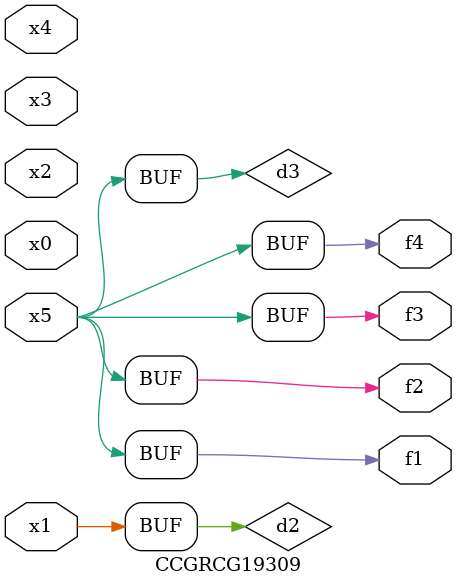
<source format=v>
module CCGRCG19309(
	input x0, x1, x2, x3, x4, x5,
	output f1, f2, f3, f4
);

	wire d1, d2, d3;

	not (d1, x5);
	or (d2, x1);
	xnor (d3, d1);
	assign f1 = d3;
	assign f2 = d3;
	assign f3 = d3;
	assign f4 = d3;
endmodule

</source>
